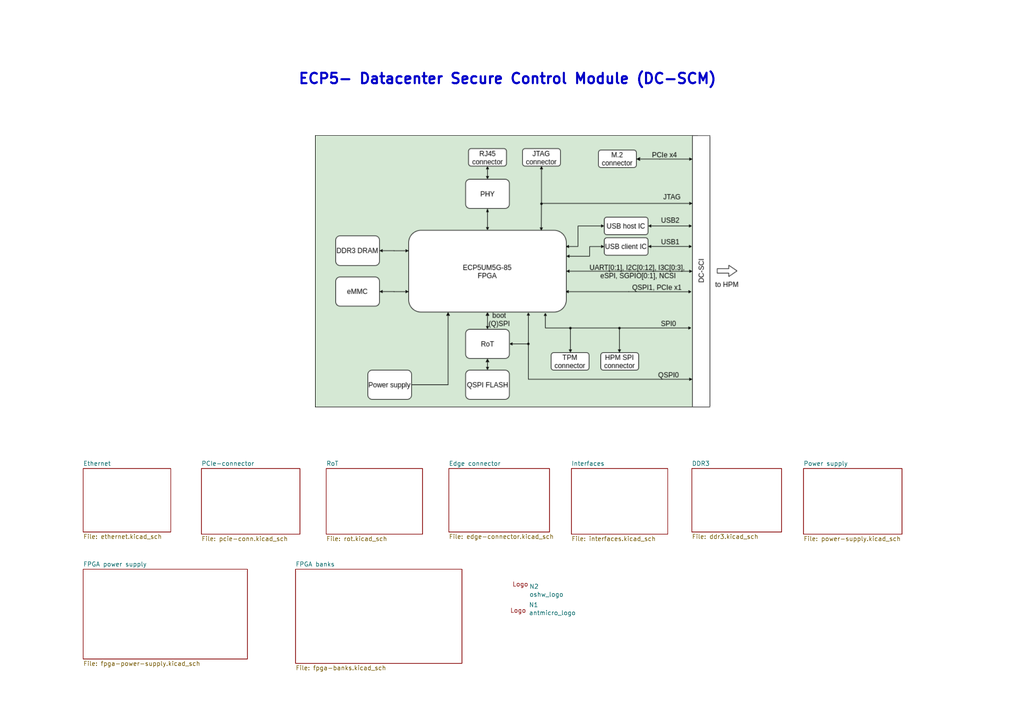
<source format=kicad_sch>
(kicad_sch (version 20230121) (generator eeschema)
  (paper "A4")
  (title_block (title "ECP5 - Datacenter Secure Control Module (DC-SCM)") (date "2024-07-01") (rev "1.2.1"))
  (lib_symbols
    (symbol "antmicroMechanicalParts:antmicro_logo" (in_bom no)
      (property "Reference" "N" (at 15.24 -5.08 0))
      (property "Value" "antmicro_logo" (at 15.24 -7.62 0))
      (symbol "antmicro_logo_1_1"
        (text "Logo" (at 0 0 0) (effects (font (size 1.27 1.27)) (justify left bottom)))
      )
    )
    (symbol "antmicroMechanicalParts:oshw_logo" (in_bom no)
      (property "Reference" "N" (at 15.24 -5.08 0))
      (property "Value" "oshw_logo" (at 15.24 -7.62 0))
      (symbol "oshw_logo_1_1"
        (text "Logo" (at 0 0 0) (effects (font (size 1.27 1.27)) (justify left bottom)))
      )
    )
  )
  (image (at 153.67 78.74) (scale 2))
  (text "ECP5- Datacenter Secure Control Module (DC-SCM)" (at 86.36 24.765 0) (effects (font (size 2.9972 2.9972) (thickness 0.5994) bold) (justify left bottom)))
  (symbol (lib_id "antmicroMechanicalParts:oshw_logo") (at 148.59 170.18 0) (unit 1)
    (property "Reference" "N2" (at 153.5176 170.1038 0) (effects (justify left)))
    (property "Value" "oshw_logo" (at 153.5176 172.4152 0) (effects (justify left)))
    (property "Footprint" "antmicro-footprints:oshw-logo" (effects hide))
    (property "Author" "Antmicro" (effects hide))
    (property "License" "Apache-2.0" (effects hide))
    (property "Public" "False" (effects hide))
  )
  (symbol (lib_id "antmicroMechanicalParts:antmicro_logo") (at 147.955 177.8 0) (unit 1)
    (property "Reference" "N1" (at 153.3906 175.4378 0) (effects (justify left)))
    (property "Value" "antmicro_logo" (at 153.3906 177.7492 0) (effects (justify left)))
    (property "Footprint" "antmicro-footprints:antmicro-logo" (effects hide))
    (property "Author" "Antmicro" (effects hide))
    (property "License" "Apache-2.0" (effects hide))
    (property "Public" "False" (effects hide))
  )
  (sheet (at 58.42 135.89) (size 28.575 19.05)
    (property "Sheetname" "PCIe-connector" (at 58.42 135.1784 0) (effects (justify left bottom)))
    (property "Sheetfile" "pcie-conn.kicad_sch" (at 58.42 155.5246 0) (effects (justify left top)))
  )
  (sheet (at 233.045 135.89) (size 28.575 19.05)
    (property "Sheetname" "Power supply" (at 233.045 135.1784 0) (effects (justify left bottom)))
    (property "Sheetfile" "power-supply.kicad_sch" (at 233.045 155.5246 0) (effects (justify left top)))
  )
  (sheet (at 24.13 165.1) (size 47.625 26.035)
    (property "Sheetname" "FPGA power supply" (at 24.13 164.3884 0) (effects (justify left bottom)))
    (property "Sheetfile" "fpga-power-supply.kicad_sch" (at 24.13 191.7196 0) (effects (justify left top)))
  )
  (sheet (at 85.725 165.1) (size 48.26 27.305)
    (property "Sheetname" "FPGA banks" (at 85.725 164.3884 0) (effects (justify left bottom)))
    (property "Sheetfile" "fpga-banks.kicad_sch" (at 85.725 192.9896 0) (effects (justify left top)))
  )
  (sheet (at 200.66 135.89) (size 26.035 18.415)
    (property "Sheetname" "DDR3" (at 200.66 135.1784 0) (effects (justify left bottom)))
    (property "Sheetfile" "ddr3.kicad_sch" (at 200.66 154.8896 0) (effects (justify left top)))
  )
  (sheet (at 24.13 135.89) (size 25.4 18.415)
    (property "Sheetname" "Ethernet" (at 24.13 135.1784 0) (effects (justify left bottom)))
    (property "Sheetfile" "ethernet.kicad_sch" (at 24.13 154.8896 0) (effects (justify left top)))
  )
  (sheet (at 165.735 135.89) (size 27.94 19.05)
    (property "Sheetname" "Interfaces" (at 165.735 135.1784 0) (effects (justify left bottom)))
    (property "Sheetfile" "interfaces.kicad_sch" (at 165.735 155.5246 0) (effects (justify left top)))
  )
  (sheet (at 94.615 135.89) (size 27.94 19.05)
    (property "Sheetname" "RoT" (at 94.615 135.1784 0) (effects (justify left bottom)))
    (property "Sheetfile" "rot.kicad_sch" (at 94.615 155.5246 0) (effects (justify left top)))
  )
  (sheet (at 130.175 135.89) (size 29.21 18.415)
    (property "Sheetname" "Edge connector" (at 130.175 135.1784 0) (effects (justify left bottom)))
    (property "Sheetfile" "edge-connector.kicad_sch" (at 130.175 154.8896 0) (effects (justify left top)))
  )
)
</source>
